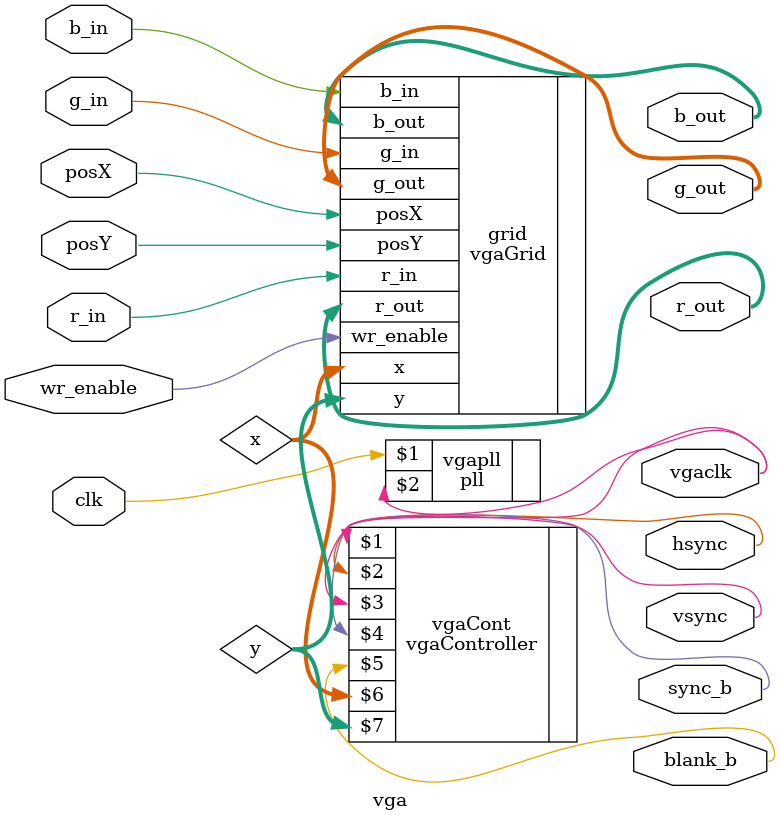
<source format=sv>
module vga(
			  input logic clk,
			  input logic wr_enable,
			  input logic posX, posY,
			  input logic r_in, g_in, b_in,
			  output logic vgaclk,
			  output logic hsync, vsync,
			  output logic sync_b, blank_b,
			  output logic [7:0] r_out, g_out, b_out
			  );
			  
	logic [9:0] x, y;
	
	pll vgapll(clk, vgaclk);
	
	vgaController vgaCont(vgaclk, hsync, vsync, sync_b, blank_b, x, y);

	vgaGrid grid(.x(x),
					 .y(y), 
					 .posX(posX), 
					 .posY(posY), 
					 .wr_enable(wr_enable), 
					 .r_in(r_in), 
					 .g_in(g_in), 
					 .b_in(b_in), 
					 .r_out(r_out), 
					 .g_out(g_out), 
					 .b_out(b_out));
	
endmodule

</source>
